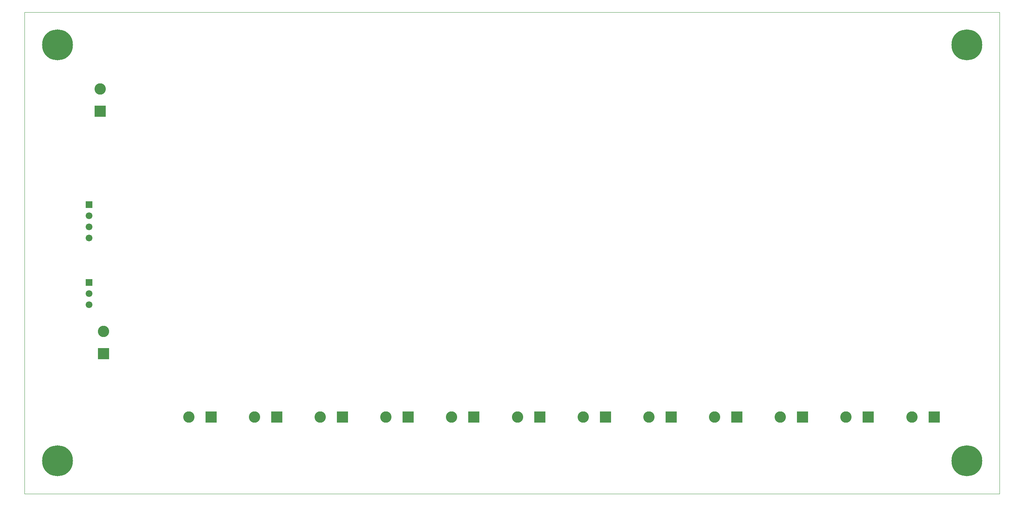
<source format=gbs>
%FSLAX44Y44*%
%MOMM*%
G71*
G01*
G75*
G04 Layer_Color=16711935*
%ADD10O,2.1000X0.4500*%
%ADD11R,1.2000X1.3500*%
%ADD12R,0.8000X0.7000*%
%ADD13R,1.3500X1.2000*%
%ADD14R,0.7000X0.8000*%
%ADD15R,1.3000X0.8000*%
%ADD16R,2.8000X1.3500*%
%ADD17O,0.6000X1.8000*%
%ADD18R,7.4000X5.0000*%
%ADD19R,5.3500X8.5400*%
%ADD20R,0.8900X3.0600*%
%ADD21O,0.3500X1.5500*%
%ADD22R,1.3500X2.8000*%
%ADD23O,0.3500X2.2000*%
%ADD24O,0.6000X2.2000*%
%ADD25C,0.1524*%
%ADD26C,0.2540*%
%ADD27C,0.7620*%
%ADD28C,0.5080*%
%ADD29C,1.0160*%
%ADD30C,0.2032*%
%ADD31C,0.3048*%
%ADD32R,177.7702X1.3208*%
%ADD33C,0.1000*%
%ADD34R,2.5400X2.5400*%
%ADD35C,2.5400*%
%ADD36R,1.5000X1.5000*%
%ADD37C,1.5000*%
%ADD38R,2.5400X2.5400*%
%ADD39C,7.0000*%
%ADD40C,0.7000*%
%ADD41C,0.6600*%
%ADD42C,1.2700*%
G04:AMPARAMS|DCode=43|XSize=3.024mm|YSize=3.024mm|CornerRadius=0mm|HoleSize=0mm|Usage=FLASHONLY|Rotation=0.000|XOffset=0mm|YOffset=0mm|HoleType=Round|Shape=Relief|Width=0.254mm|Gap=0.254mm|Entries=4|*
%AMTHD43*
7,0,0,3.0240,2.5160,0.2540,45*
%
%ADD43THD43*%
%ADD44C,2.5160*%
%ADD45C,1.9160*%
G04:AMPARAMS|DCode=46|XSize=2.424mm|YSize=2.424mm|CornerRadius=0mm|HoleSize=0mm|Usage=FLASHONLY|Rotation=0.000|XOffset=0mm|YOffset=0mm|HoleType=Round|Shape=Relief|Width=0.254mm|Gap=0.254mm|Entries=4|*
%AMTHD46*
7,0,0,2.4240,1.9160,0.2540,45*
%
%ADD46THD46*%
%ADD47C,4.2160*%
G04:AMPARAMS|DCode=48|XSize=1.824mm|YSize=1.824mm|CornerRadius=0mm|HoleSize=0mm|Usage=FLASHONLY|Rotation=0.000|XOffset=0mm|YOffset=0mm|HoleType=Round|Shape=Relief|Width=0.254mm|Gap=0.254mm|Entries=4|*
%AMTHD48*
7,0,0,1.8240,1.3160,0.2540,45*
%
%ADD48THD48*%
%ADD49C,1.3160*%
%ADD50C,1.3460*%
G04:AMPARAMS|DCode=51|XSize=2.2352mm|YSize=2.2352mm|CornerRadius=0mm|HoleSize=0mm|Usage=FLASHONLY|Rotation=0.000|XOffset=0mm|YOffset=0mm|HoleType=Round|Shape=Relief|Width=0.254mm|Gap=0.254mm|Entries=4|*
%AMTHD51*
7,0,0,2.2352,1.7272,0.2540,45*
%
%ADD51THD51*%
%ADD52C,1.7272*%
%ADD53C,2.5400*%
%ADD54C,0.6000*%
%ADD55C,0.2500*%
%ADD56C,0.3810*%
%ADD57C,0.2000*%
%ADD58C,0.1270*%
%ADD59R,1.4732X3.1750*%
%ADD60O,2.1508X0.5008*%
%ADD61R,1.2508X1.4008*%
%ADD62R,0.8508X0.7508*%
%ADD63R,1.4008X1.2508*%
%ADD64R,0.7508X0.8508*%
%ADD65R,1.3508X0.8508*%
%ADD66R,2.8508X1.4008*%
%ADD67O,0.6508X1.8508*%
%ADD68R,7.4508X5.0508*%
%ADD69R,5.4008X8.5908*%
%ADD70R,0.9408X3.1108*%
%ADD71O,0.4008X1.6008*%
%ADD72R,1.4008X2.8508*%
%ADD73O,0.4008X2.2508*%
%ADD74O,0.6508X2.2508*%
%ADD75R,2.5908X2.5908*%
%ADD76C,2.5908*%
%ADD77R,1.5508X1.5508*%
%ADD78C,1.5508*%
%ADD79R,2.5908X2.5908*%
%ADD80C,7.0508*%
%ADD81C,0.7508*%
D33*
X0Y1100000D02*
X2225000D01*
Y0D02*
Y1100000D01*
X0Y0D02*
X2225000D01*
X0D02*
Y1100000D01*
D75*
X172720Y873760D02*
D03*
X180000Y319600D02*
D03*
D76*
X172720Y924560D02*
D03*
X374600Y175000D02*
D03*
X824600D02*
D03*
X524600D02*
D03*
X674600D02*
D03*
X1124600D02*
D03*
X1424600D02*
D03*
X1724600D02*
D03*
X2024600D02*
D03*
X974600D02*
D03*
X1274600D02*
D03*
X1574600D02*
D03*
X1874600D02*
D03*
X180000Y370400D02*
D03*
D77*
X147320Y482600D02*
D03*
Y660400D02*
D03*
D78*
Y457200D02*
D03*
Y431800D02*
D03*
Y584200D02*
D03*
Y609600D02*
D03*
Y635000D02*
D03*
D79*
X425400Y175000D02*
D03*
X875400D02*
D03*
X575400D02*
D03*
X725400D02*
D03*
X1175400D02*
D03*
X1475400D02*
D03*
X1775400D02*
D03*
X2075400D02*
D03*
X1025400D02*
D03*
X1325400D02*
D03*
X1625400D02*
D03*
X1925400D02*
D03*
D80*
X75000Y75000D02*
D03*
Y1025000D02*
D03*
X2150000D02*
D03*
Y75000D02*
D03*
M02*

</source>
